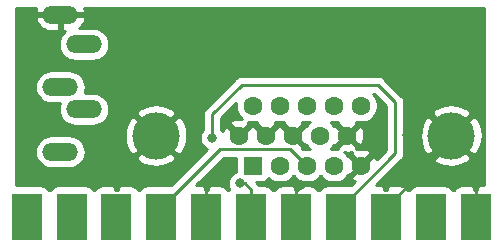
<source format=gbl>
G04 #@! TF.GenerationSoftware,KiCad,Pcbnew,(5.1.0)-1*
G04 #@! TF.CreationDate,2019-06-20T12:19:29-04:00*
G04 #@! TF.ProjectId,HD15-to-SCART,48443135-2d74-46f2-9d53-434152542e6b,rev?*
G04 #@! TF.SameCoordinates,Original*
G04 #@! TF.FileFunction,Copper,L2,Bot*
G04 #@! TF.FilePolarity,Positive*
%FSLAX46Y46*%
G04 Gerber Fmt 4.6, Leading zero omitted, Abs format (unit mm)*
G04 Created by KiCad (PCBNEW (5.1.0)-1) date 2019-06-20 12:19:29*
%MOMM*%
%LPD*%
G04 APERTURE LIST*
%ADD10R,2.500000X4.000000*%
%ADD11O,3.016000X1.508000*%
%ADD12R,1.600000X1.600000*%
%ADD13C,1.600000*%
%ADD14C,4.000000*%
%ADD15C,0.800000*%
%ADD16C,0.250000*%
%ADD17C,0.254000*%
G04 APERTURE END LIST*
D10*
X134796000Y-73660000D03*
X138596000Y-73660000D03*
X142396000Y-73660000D03*
X146196000Y-73660000D03*
X149996000Y-73660000D03*
X153796000Y-73660000D03*
X157596000Y-73660000D03*
X161396000Y-73660000D03*
X165196000Y-73660000D03*
X168996000Y-73660000D03*
X172796000Y-73660000D03*
D11*
X137640000Y-68180000D03*
X137640000Y-62680000D03*
X137640000Y-56580000D03*
X139640000Y-59080000D03*
X139640000Y-64580000D03*
D12*
X153924000Y-69342000D03*
D13*
X156214000Y-69342000D03*
X158504000Y-69342000D03*
X160794000Y-69342000D03*
X163084000Y-69342000D03*
X152779000Y-66802000D03*
X155069000Y-66802000D03*
X157359000Y-66802000D03*
X159649000Y-66802000D03*
X161939000Y-66802000D03*
X153924000Y-64262000D03*
X156214000Y-64262000D03*
X158504000Y-64262000D03*
X160794000Y-64262000D03*
X163084000Y-64262000D03*
D14*
X170739000Y-66802000D03*
X145739000Y-66802000D03*
D15*
X150500000Y-67000000D03*
X152850000Y-70850000D03*
X136500000Y-65000000D03*
X137830000Y-70260000D03*
X151000000Y-70000000D03*
X158000000Y-71000000D03*
X167000000Y-66750000D03*
X164750000Y-66500000D03*
D16*
X150500000Y-65000000D02*
X150500000Y-67000000D01*
X161396000Y-72910000D02*
X166000000Y-68306000D01*
X161396000Y-73660000D02*
X161396000Y-72910000D01*
X166000000Y-68306000D02*
X166000000Y-64000000D01*
X166000000Y-64000000D02*
X164500000Y-62500000D01*
X164500000Y-62500000D02*
X153000000Y-62500000D01*
X153000000Y-62500000D02*
X150500000Y-65000000D01*
X153796000Y-73660000D02*
X153796000Y-72910000D01*
X153236000Y-70850000D02*
X152850000Y-70850000D01*
X153796000Y-73660000D02*
X153796000Y-71410000D01*
X153796000Y-71410000D02*
X153236000Y-70850000D01*
X157704001Y-68542001D02*
X158504000Y-69342000D01*
X157112000Y-67950000D02*
X157704001Y-68542001D01*
X151156000Y-67950000D02*
X157112000Y-67950000D01*
X146196000Y-73660000D02*
X146196000Y-72910000D01*
X146196000Y-72910000D02*
X151156000Y-67950000D01*
X149996000Y-73660000D02*
X149996000Y-71004000D01*
X149996000Y-71004000D02*
X151000000Y-70000000D01*
X157596000Y-71404000D02*
X158000000Y-71000000D01*
X157596000Y-73660000D02*
X157596000Y-71404000D01*
X170739000Y-67367000D02*
X170739000Y-66802000D01*
X165196000Y-72910000D02*
X170739000Y-67367000D01*
X165196000Y-73660000D02*
X165196000Y-72910000D01*
X172796000Y-68859000D02*
X170739000Y-66802000D01*
X172796000Y-73660000D02*
X172796000Y-68859000D01*
D17*
G36*
X152485928Y-69880527D02*
G01*
X152359744Y-69932795D01*
X152190226Y-70046063D01*
X152046063Y-70190226D01*
X151932795Y-70359744D01*
X151854774Y-70548102D01*
X151815000Y-70748061D01*
X151815000Y-70951939D01*
X151854774Y-71151898D01*
X151932795Y-71340256D01*
X151954674Y-71373000D01*
X151812614Y-71373000D01*
X151776537Y-71305506D01*
X151697185Y-71208815D01*
X151600494Y-71129463D01*
X151490180Y-71070498D01*
X151370482Y-71034188D01*
X151246000Y-71021928D01*
X150281750Y-71025000D01*
X150123000Y-71183750D01*
X150123000Y-71373000D01*
X149869000Y-71373000D01*
X149869000Y-71183750D01*
X149710250Y-71025000D01*
X149157562Y-71023239D01*
X151470802Y-68710000D01*
X152485928Y-68710000D01*
X152485928Y-69880527D01*
X152485928Y-69880527D01*
G37*
X152485928Y-69880527D02*
X152359744Y-69932795D01*
X152190226Y-70046063D01*
X152046063Y-70190226D01*
X151932795Y-70359744D01*
X151854774Y-70548102D01*
X151815000Y-70748061D01*
X151815000Y-70951939D01*
X151854774Y-71151898D01*
X151932795Y-71340256D01*
X151954674Y-71373000D01*
X151812614Y-71373000D01*
X151776537Y-71305506D01*
X151697185Y-71208815D01*
X151600494Y-71129463D01*
X151490180Y-71070498D01*
X151370482Y-71034188D01*
X151246000Y-71021928D01*
X150281750Y-71025000D01*
X150123000Y-71183750D01*
X150123000Y-71373000D01*
X149869000Y-71373000D01*
X149869000Y-71183750D01*
X149710250Y-71025000D01*
X149157562Y-71023239D01*
X151470802Y-68710000D01*
X152485928Y-68710000D01*
X152485928Y-69880527D01*
G36*
X135554130Y-56165785D02*
G01*
X135539714Y-56238186D01*
X135662323Y-56453000D01*
X137513000Y-56453000D01*
X137513000Y-56433000D01*
X137767000Y-56433000D01*
X137767000Y-56453000D01*
X139617677Y-56453000D01*
X139740286Y-56238186D01*
X139725870Y-56165785D01*
X139670622Y-56035000D01*
X173490001Y-56035000D01*
X173490000Y-71023699D01*
X173081750Y-71025000D01*
X172923000Y-71183750D01*
X172923000Y-71373000D01*
X172669000Y-71373000D01*
X172669000Y-71183750D01*
X172510250Y-71025000D01*
X171546000Y-71021928D01*
X171421518Y-71034188D01*
X171301820Y-71070498D01*
X171191506Y-71129463D01*
X171094815Y-71208815D01*
X171015463Y-71305506D01*
X170979386Y-71373000D01*
X170812614Y-71373000D01*
X170776537Y-71305506D01*
X170697185Y-71208815D01*
X170600494Y-71129463D01*
X170490180Y-71070498D01*
X170370482Y-71034188D01*
X170246000Y-71021928D01*
X167746000Y-71021928D01*
X167621518Y-71034188D01*
X167501820Y-71070498D01*
X167391506Y-71129463D01*
X167294815Y-71208815D01*
X167215463Y-71305506D01*
X167179386Y-71373000D01*
X167012614Y-71373000D01*
X166976537Y-71305506D01*
X166897185Y-71208815D01*
X166800494Y-71129463D01*
X166690180Y-71070498D01*
X166570482Y-71034188D01*
X166446000Y-71021928D01*
X165481750Y-71025000D01*
X165323000Y-71183750D01*
X165323000Y-71373000D01*
X165069000Y-71373000D01*
X165069000Y-71183750D01*
X164910250Y-71025000D01*
X164357562Y-71023239D01*
X166511004Y-68869798D01*
X166540001Y-68846001D01*
X166634974Y-68730276D01*
X166678150Y-68649499D01*
X169071106Y-68649499D01*
X169287228Y-69016258D01*
X169747105Y-69256938D01*
X170245098Y-69403275D01*
X170762071Y-69449648D01*
X171278159Y-69394273D01*
X171773526Y-69239279D01*
X172190772Y-69016258D01*
X172406894Y-68649499D01*
X170739000Y-66981605D01*
X169071106Y-68649499D01*
X166678150Y-68649499D01*
X166705546Y-68598247D01*
X166749003Y-68454986D01*
X166760000Y-68343333D01*
X166760000Y-68343324D01*
X166763676Y-68306001D01*
X166760000Y-68268678D01*
X166760000Y-66825071D01*
X168091352Y-66825071D01*
X168146727Y-67341159D01*
X168301721Y-67836526D01*
X168524742Y-68253772D01*
X168891501Y-68469894D01*
X170559395Y-66802000D01*
X170918605Y-66802000D01*
X172586499Y-68469894D01*
X172953258Y-68253772D01*
X173193938Y-67793895D01*
X173340275Y-67295902D01*
X173386648Y-66778929D01*
X173331273Y-66262841D01*
X173176279Y-65767474D01*
X172953258Y-65350228D01*
X172586499Y-65134106D01*
X170918605Y-66802000D01*
X170559395Y-66802000D01*
X168891501Y-65134106D01*
X168524742Y-65350228D01*
X168284062Y-65810105D01*
X168137725Y-66308098D01*
X168091352Y-66825071D01*
X166760000Y-66825071D01*
X166760000Y-64954501D01*
X169071106Y-64954501D01*
X170739000Y-66622395D01*
X172406894Y-64954501D01*
X172190772Y-64587742D01*
X171730895Y-64347062D01*
X171232902Y-64200725D01*
X170715929Y-64154352D01*
X170199841Y-64209727D01*
X169704474Y-64364721D01*
X169287228Y-64587742D01*
X169071106Y-64954501D01*
X166760000Y-64954501D01*
X166760000Y-64037322D01*
X166763676Y-63999999D01*
X166760000Y-63962676D01*
X166760000Y-63962667D01*
X166749003Y-63851014D01*
X166705546Y-63707753D01*
X166634974Y-63575724D01*
X166540001Y-63459999D01*
X166511003Y-63436201D01*
X165063804Y-61989003D01*
X165040001Y-61959999D01*
X164924276Y-61865026D01*
X164792247Y-61794454D01*
X164648986Y-61750997D01*
X164537333Y-61740000D01*
X164537322Y-61740000D01*
X164500000Y-61736324D01*
X164462678Y-61740000D01*
X153037323Y-61740000D01*
X153000000Y-61736324D01*
X152962677Y-61740000D01*
X152962667Y-61740000D01*
X152851014Y-61750997D01*
X152707753Y-61794454D01*
X152575723Y-61865026D01*
X152527527Y-61904580D01*
X152459999Y-61959999D01*
X152436201Y-61988997D01*
X149989003Y-64436196D01*
X149959999Y-64459999D01*
X149904871Y-64527174D01*
X149865026Y-64575724D01*
X149833357Y-64634973D01*
X149794454Y-64707754D01*
X149750997Y-64851015D01*
X149740000Y-64962668D01*
X149740000Y-64962678D01*
X149736324Y-65000000D01*
X149740000Y-65037323D01*
X149740001Y-66296288D01*
X149696063Y-66340226D01*
X149582795Y-66509744D01*
X149504774Y-66698102D01*
X149465000Y-66898061D01*
X149465000Y-67101939D01*
X149504774Y-67301898D01*
X149582795Y-67490256D01*
X149696063Y-67659774D01*
X149840226Y-67803937D01*
X150009744Y-67917205D01*
X150083459Y-67947739D01*
X147009271Y-71021928D01*
X144946000Y-71021928D01*
X144821518Y-71034188D01*
X144701820Y-71070498D01*
X144591506Y-71129463D01*
X144494815Y-71208815D01*
X144415463Y-71305506D01*
X144379386Y-71373000D01*
X144212614Y-71373000D01*
X144176537Y-71305506D01*
X144097185Y-71208815D01*
X144000494Y-71129463D01*
X143890180Y-71070498D01*
X143770482Y-71034188D01*
X143646000Y-71021928D01*
X142681750Y-71025000D01*
X142523000Y-71183750D01*
X142523000Y-71373000D01*
X142269000Y-71373000D01*
X142269000Y-71183750D01*
X142110250Y-71025000D01*
X141146000Y-71021928D01*
X141021518Y-71034188D01*
X140901820Y-71070498D01*
X140791506Y-71129463D01*
X140694815Y-71208815D01*
X140615463Y-71305506D01*
X140579386Y-71373000D01*
X140412614Y-71373000D01*
X140376537Y-71305506D01*
X140297185Y-71208815D01*
X140200494Y-71129463D01*
X140090180Y-71070498D01*
X139970482Y-71034188D01*
X139846000Y-71021928D01*
X137346000Y-71021928D01*
X137221518Y-71034188D01*
X137101820Y-71070498D01*
X136991506Y-71129463D01*
X136894815Y-71208815D01*
X136815463Y-71305506D01*
X136779386Y-71373000D01*
X136612614Y-71373000D01*
X136576537Y-71305506D01*
X136497185Y-71208815D01*
X136400494Y-71129463D01*
X136290180Y-71070498D01*
X136170482Y-71034188D01*
X136046000Y-71021928D01*
X133885000Y-71021928D01*
X133885000Y-68180000D01*
X135490280Y-68180000D01*
X135517098Y-68452291D01*
X135596523Y-68714119D01*
X135725501Y-68955420D01*
X135899077Y-69166923D01*
X136110580Y-69340499D01*
X136351881Y-69469477D01*
X136613709Y-69548902D01*
X136817770Y-69569000D01*
X138462230Y-69569000D01*
X138666291Y-69548902D01*
X138928119Y-69469477D01*
X139169420Y-69340499D01*
X139380923Y-69166923D01*
X139554499Y-68955420D01*
X139683477Y-68714119D01*
X139703079Y-68649499D01*
X144071106Y-68649499D01*
X144287228Y-69016258D01*
X144747105Y-69256938D01*
X145245098Y-69403275D01*
X145762071Y-69449648D01*
X146278159Y-69394273D01*
X146773526Y-69239279D01*
X147190772Y-69016258D01*
X147406894Y-68649499D01*
X145739000Y-66981605D01*
X144071106Y-68649499D01*
X139703079Y-68649499D01*
X139762902Y-68452291D01*
X139789720Y-68180000D01*
X139762902Y-67907709D01*
X139683477Y-67645881D01*
X139554499Y-67404580D01*
X139380923Y-67193077D01*
X139169420Y-67019501D01*
X138928119Y-66890523D01*
X138712354Y-66825071D01*
X143091352Y-66825071D01*
X143146727Y-67341159D01*
X143301721Y-67836526D01*
X143524742Y-68253772D01*
X143891501Y-68469894D01*
X145559395Y-66802000D01*
X145918605Y-66802000D01*
X147586499Y-68469894D01*
X147953258Y-68253772D01*
X148193938Y-67793895D01*
X148340275Y-67295902D01*
X148386648Y-66778929D01*
X148331273Y-66262841D01*
X148176279Y-65767474D01*
X147953258Y-65350228D01*
X147586499Y-65134106D01*
X145918605Y-66802000D01*
X145559395Y-66802000D01*
X143891501Y-65134106D01*
X143524742Y-65350228D01*
X143284062Y-65810105D01*
X143137725Y-66308098D01*
X143091352Y-66825071D01*
X138712354Y-66825071D01*
X138666291Y-66811098D01*
X138462230Y-66791000D01*
X136817770Y-66791000D01*
X136613709Y-66811098D01*
X136351881Y-66890523D01*
X136110580Y-67019501D01*
X135899077Y-67193077D01*
X135725501Y-67404580D01*
X135596523Y-67645881D01*
X135517098Y-67907709D01*
X135490280Y-68180000D01*
X133885000Y-68180000D01*
X133885000Y-62680000D01*
X135490280Y-62680000D01*
X135517098Y-62952291D01*
X135596523Y-63214119D01*
X135725501Y-63455420D01*
X135899077Y-63666923D01*
X136110580Y-63840499D01*
X136351881Y-63969477D01*
X136613709Y-64048902D01*
X136817770Y-64069000D01*
X137589510Y-64069000D01*
X137517098Y-64307709D01*
X137490280Y-64580000D01*
X137517098Y-64852291D01*
X137596523Y-65114119D01*
X137725501Y-65355420D01*
X137899077Y-65566923D01*
X138110580Y-65740499D01*
X138351881Y-65869477D01*
X138613709Y-65948902D01*
X138817770Y-65969000D01*
X140462230Y-65969000D01*
X140666291Y-65948902D01*
X140928119Y-65869477D01*
X141169420Y-65740499D01*
X141380923Y-65566923D01*
X141554499Y-65355420D01*
X141683477Y-65114119D01*
X141731896Y-64954501D01*
X144071106Y-64954501D01*
X145739000Y-66622395D01*
X147406894Y-64954501D01*
X147190772Y-64587742D01*
X146730895Y-64347062D01*
X146232902Y-64200725D01*
X145715929Y-64154352D01*
X145199841Y-64209727D01*
X144704474Y-64364721D01*
X144287228Y-64587742D01*
X144071106Y-64954501D01*
X141731896Y-64954501D01*
X141762902Y-64852291D01*
X141789720Y-64580000D01*
X141762902Y-64307709D01*
X141683477Y-64045881D01*
X141554499Y-63804580D01*
X141380923Y-63593077D01*
X141169420Y-63419501D01*
X140928119Y-63290523D01*
X140666291Y-63211098D01*
X140462230Y-63191000D01*
X139690490Y-63191000D01*
X139762902Y-62952291D01*
X139789720Y-62680000D01*
X139762902Y-62407709D01*
X139683477Y-62145881D01*
X139554499Y-61904580D01*
X139380923Y-61693077D01*
X139169420Y-61519501D01*
X138928119Y-61390523D01*
X138666291Y-61311098D01*
X138462230Y-61291000D01*
X136817770Y-61291000D01*
X136613709Y-61311098D01*
X136351881Y-61390523D01*
X136110580Y-61519501D01*
X135899077Y-61693077D01*
X135725501Y-61904580D01*
X135596523Y-62145881D01*
X135517098Y-62407709D01*
X135490280Y-62680000D01*
X133885000Y-62680000D01*
X133885000Y-59080000D01*
X137490280Y-59080000D01*
X137517098Y-59352291D01*
X137596523Y-59614119D01*
X137725501Y-59855420D01*
X137899077Y-60066923D01*
X138110580Y-60240499D01*
X138351881Y-60369477D01*
X138613709Y-60448902D01*
X138817770Y-60469000D01*
X140462230Y-60469000D01*
X140666291Y-60448902D01*
X140928119Y-60369477D01*
X141169420Y-60240499D01*
X141380923Y-60066923D01*
X141554499Y-59855420D01*
X141683477Y-59614119D01*
X141762902Y-59352291D01*
X141789720Y-59080000D01*
X141762902Y-58807709D01*
X141683477Y-58545881D01*
X141554499Y-58304580D01*
X141380923Y-58093077D01*
X141169420Y-57919501D01*
X140928119Y-57790523D01*
X140666291Y-57711098D01*
X140462230Y-57691000D01*
X139230795Y-57691000D01*
X139271284Y-57664354D01*
X139465974Y-57472369D01*
X139619469Y-57246091D01*
X139725870Y-56994215D01*
X139740286Y-56921814D01*
X139617677Y-56707000D01*
X137767000Y-56707000D01*
X137767000Y-57969000D01*
X138050265Y-57969000D01*
X137899077Y-58093077D01*
X137725501Y-58304580D01*
X137596523Y-58545881D01*
X137517098Y-58807709D01*
X137490280Y-59080000D01*
X133885000Y-59080000D01*
X133885000Y-56921814D01*
X135539714Y-56921814D01*
X135554130Y-56994215D01*
X135660531Y-57246091D01*
X135814026Y-57472369D01*
X136008716Y-57664354D01*
X136237120Y-57814668D01*
X136490460Y-57917534D01*
X136759000Y-57969000D01*
X137513000Y-57969000D01*
X137513000Y-56707000D01*
X135662323Y-56707000D01*
X135539714Y-56921814D01*
X133885000Y-56921814D01*
X133885000Y-56035000D01*
X135609378Y-56035000D01*
X135554130Y-56165785D01*
X135554130Y-56165785D01*
G37*
X135554130Y-56165785D02*
X135539714Y-56238186D01*
X135662323Y-56453000D01*
X137513000Y-56453000D01*
X137513000Y-56433000D01*
X137767000Y-56433000D01*
X137767000Y-56453000D01*
X139617677Y-56453000D01*
X139740286Y-56238186D01*
X139725870Y-56165785D01*
X139670622Y-56035000D01*
X173490001Y-56035000D01*
X173490000Y-71023699D01*
X173081750Y-71025000D01*
X172923000Y-71183750D01*
X172923000Y-71373000D01*
X172669000Y-71373000D01*
X172669000Y-71183750D01*
X172510250Y-71025000D01*
X171546000Y-71021928D01*
X171421518Y-71034188D01*
X171301820Y-71070498D01*
X171191506Y-71129463D01*
X171094815Y-71208815D01*
X171015463Y-71305506D01*
X170979386Y-71373000D01*
X170812614Y-71373000D01*
X170776537Y-71305506D01*
X170697185Y-71208815D01*
X170600494Y-71129463D01*
X170490180Y-71070498D01*
X170370482Y-71034188D01*
X170246000Y-71021928D01*
X167746000Y-71021928D01*
X167621518Y-71034188D01*
X167501820Y-71070498D01*
X167391506Y-71129463D01*
X167294815Y-71208815D01*
X167215463Y-71305506D01*
X167179386Y-71373000D01*
X167012614Y-71373000D01*
X166976537Y-71305506D01*
X166897185Y-71208815D01*
X166800494Y-71129463D01*
X166690180Y-71070498D01*
X166570482Y-71034188D01*
X166446000Y-71021928D01*
X165481750Y-71025000D01*
X165323000Y-71183750D01*
X165323000Y-71373000D01*
X165069000Y-71373000D01*
X165069000Y-71183750D01*
X164910250Y-71025000D01*
X164357562Y-71023239D01*
X166511004Y-68869798D01*
X166540001Y-68846001D01*
X166634974Y-68730276D01*
X166678150Y-68649499D01*
X169071106Y-68649499D01*
X169287228Y-69016258D01*
X169747105Y-69256938D01*
X170245098Y-69403275D01*
X170762071Y-69449648D01*
X171278159Y-69394273D01*
X171773526Y-69239279D01*
X172190772Y-69016258D01*
X172406894Y-68649499D01*
X170739000Y-66981605D01*
X169071106Y-68649499D01*
X166678150Y-68649499D01*
X166705546Y-68598247D01*
X166749003Y-68454986D01*
X166760000Y-68343333D01*
X166760000Y-68343324D01*
X166763676Y-68306001D01*
X166760000Y-68268678D01*
X166760000Y-66825071D01*
X168091352Y-66825071D01*
X168146727Y-67341159D01*
X168301721Y-67836526D01*
X168524742Y-68253772D01*
X168891501Y-68469894D01*
X170559395Y-66802000D01*
X170918605Y-66802000D01*
X172586499Y-68469894D01*
X172953258Y-68253772D01*
X173193938Y-67793895D01*
X173340275Y-67295902D01*
X173386648Y-66778929D01*
X173331273Y-66262841D01*
X173176279Y-65767474D01*
X172953258Y-65350228D01*
X172586499Y-65134106D01*
X170918605Y-66802000D01*
X170559395Y-66802000D01*
X168891501Y-65134106D01*
X168524742Y-65350228D01*
X168284062Y-65810105D01*
X168137725Y-66308098D01*
X168091352Y-66825071D01*
X166760000Y-66825071D01*
X166760000Y-64954501D01*
X169071106Y-64954501D01*
X170739000Y-66622395D01*
X172406894Y-64954501D01*
X172190772Y-64587742D01*
X171730895Y-64347062D01*
X171232902Y-64200725D01*
X170715929Y-64154352D01*
X170199841Y-64209727D01*
X169704474Y-64364721D01*
X169287228Y-64587742D01*
X169071106Y-64954501D01*
X166760000Y-64954501D01*
X166760000Y-64037322D01*
X166763676Y-63999999D01*
X166760000Y-63962676D01*
X166760000Y-63962667D01*
X166749003Y-63851014D01*
X166705546Y-63707753D01*
X166634974Y-63575724D01*
X166540001Y-63459999D01*
X166511003Y-63436201D01*
X165063804Y-61989003D01*
X165040001Y-61959999D01*
X164924276Y-61865026D01*
X164792247Y-61794454D01*
X164648986Y-61750997D01*
X164537333Y-61740000D01*
X164537322Y-61740000D01*
X164500000Y-61736324D01*
X164462678Y-61740000D01*
X153037323Y-61740000D01*
X153000000Y-61736324D01*
X152962677Y-61740000D01*
X152962667Y-61740000D01*
X152851014Y-61750997D01*
X152707753Y-61794454D01*
X152575723Y-61865026D01*
X152527527Y-61904580D01*
X152459999Y-61959999D01*
X152436201Y-61988997D01*
X149989003Y-64436196D01*
X149959999Y-64459999D01*
X149904871Y-64527174D01*
X149865026Y-64575724D01*
X149833357Y-64634973D01*
X149794454Y-64707754D01*
X149750997Y-64851015D01*
X149740000Y-64962668D01*
X149740000Y-64962678D01*
X149736324Y-65000000D01*
X149740000Y-65037323D01*
X149740001Y-66296288D01*
X149696063Y-66340226D01*
X149582795Y-66509744D01*
X149504774Y-66698102D01*
X149465000Y-66898061D01*
X149465000Y-67101939D01*
X149504774Y-67301898D01*
X149582795Y-67490256D01*
X149696063Y-67659774D01*
X149840226Y-67803937D01*
X150009744Y-67917205D01*
X150083459Y-67947739D01*
X147009271Y-71021928D01*
X144946000Y-71021928D01*
X144821518Y-71034188D01*
X144701820Y-71070498D01*
X144591506Y-71129463D01*
X144494815Y-71208815D01*
X144415463Y-71305506D01*
X144379386Y-71373000D01*
X144212614Y-71373000D01*
X144176537Y-71305506D01*
X144097185Y-71208815D01*
X144000494Y-71129463D01*
X143890180Y-71070498D01*
X143770482Y-71034188D01*
X143646000Y-71021928D01*
X142681750Y-71025000D01*
X142523000Y-71183750D01*
X142523000Y-71373000D01*
X142269000Y-71373000D01*
X142269000Y-71183750D01*
X142110250Y-71025000D01*
X141146000Y-71021928D01*
X141021518Y-71034188D01*
X140901820Y-71070498D01*
X140791506Y-71129463D01*
X140694815Y-71208815D01*
X140615463Y-71305506D01*
X140579386Y-71373000D01*
X140412614Y-71373000D01*
X140376537Y-71305506D01*
X140297185Y-71208815D01*
X140200494Y-71129463D01*
X140090180Y-71070498D01*
X139970482Y-71034188D01*
X139846000Y-71021928D01*
X137346000Y-71021928D01*
X137221518Y-71034188D01*
X137101820Y-71070498D01*
X136991506Y-71129463D01*
X136894815Y-71208815D01*
X136815463Y-71305506D01*
X136779386Y-71373000D01*
X136612614Y-71373000D01*
X136576537Y-71305506D01*
X136497185Y-71208815D01*
X136400494Y-71129463D01*
X136290180Y-71070498D01*
X136170482Y-71034188D01*
X136046000Y-71021928D01*
X133885000Y-71021928D01*
X133885000Y-68180000D01*
X135490280Y-68180000D01*
X135517098Y-68452291D01*
X135596523Y-68714119D01*
X135725501Y-68955420D01*
X135899077Y-69166923D01*
X136110580Y-69340499D01*
X136351881Y-69469477D01*
X136613709Y-69548902D01*
X136817770Y-69569000D01*
X138462230Y-69569000D01*
X138666291Y-69548902D01*
X138928119Y-69469477D01*
X139169420Y-69340499D01*
X139380923Y-69166923D01*
X139554499Y-68955420D01*
X139683477Y-68714119D01*
X139703079Y-68649499D01*
X144071106Y-68649499D01*
X144287228Y-69016258D01*
X144747105Y-69256938D01*
X145245098Y-69403275D01*
X145762071Y-69449648D01*
X146278159Y-69394273D01*
X146773526Y-69239279D01*
X147190772Y-69016258D01*
X147406894Y-68649499D01*
X145739000Y-66981605D01*
X144071106Y-68649499D01*
X139703079Y-68649499D01*
X139762902Y-68452291D01*
X139789720Y-68180000D01*
X139762902Y-67907709D01*
X139683477Y-67645881D01*
X139554499Y-67404580D01*
X139380923Y-67193077D01*
X139169420Y-67019501D01*
X138928119Y-66890523D01*
X138712354Y-66825071D01*
X143091352Y-66825071D01*
X143146727Y-67341159D01*
X143301721Y-67836526D01*
X143524742Y-68253772D01*
X143891501Y-68469894D01*
X145559395Y-66802000D01*
X145918605Y-66802000D01*
X147586499Y-68469894D01*
X147953258Y-68253772D01*
X148193938Y-67793895D01*
X148340275Y-67295902D01*
X148386648Y-66778929D01*
X148331273Y-66262841D01*
X148176279Y-65767474D01*
X147953258Y-65350228D01*
X147586499Y-65134106D01*
X145918605Y-66802000D01*
X145559395Y-66802000D01*
X143891501Y-65134106D01*
X143524742Y-65350228D01*
X143284062Y-65810105D01*
X143137725Y-66308098D01*
X143091352Y-66825071D01*
X138712354Y-66825071D01*
X138666291Y-66811098D01*
X138462230Y-66791000D01*
X136817770Y-66791000D01*
X136613709Y-66811098D01*
X136351881Y-66890523D01*
X136110580Y-67019501D01*
X135899077Y-67193077D01*
X135725501Y-67404580D01*
X135596523Y-67645881D01*
X135517098Y-67907709D01*
X135490280Y-68180000D01*
X133885000Y-68180000D01*
X133885000Y-62680000D01*
X135490280Y-62680000D01*
X135517098Y-62952291D01*
X135596523Y-63214119D01*
X135725501Y-63455420D01*
X135899077Y-63666923D01*
X136110580Y-63840499D01*
X136351881Y-63969477D01*
X136613709Y-64048902D01*
X136817770Y-64069000D01*
X137589510Y-64069000D01*
X137517098Y-64307709D01*
X137490280Y-64580000D01*
X137517098Y-64852291D01*
X137596523Y-65114119D01*
X137725501Y-65355420D01*
X137899077Y-65566923D01*
X138110580Y-65740499D01*
X138351881Y-65869477D01*
X138613709Y-65948902D01*
X138817770Y-65969000D01*
X140462230Y-65969000D01*
X140666291Y-65948902D01*
X140928119Y-65869477D01*
X141169420Y-65740499D01*
X141380923Y-65566923D01*
X141554499Y-65355420D01*
X141683477Y-65114119D01*
X141731896Y-64954501D01*
X144071106Y-64954501D01*
X145739000Y-66622395D01*
X147406894Y-64954501D01*
X147190772Y-64587742D01*
X146730895Y-64347062D01*
X146232902Y-64200725D01*
X145715929Y-64154352D01*
X145199841Y-64209727D01*
X144704474Y-64364721D01*
X144287228Y-64587742D01*
X144071106Y-64954501D01*
X141731896Y-64954501D01*
X141762902Y-64852291D01*
X141789720Y-64580000D01*
X141762902Y-64307709D01*
X141683477Y-64045881D01*
X141554499Y-63804580D01*
X141380923Y-63593077D01*
X141169420Y-63419501D01*
X140928119Y-63290523D01*
X140666291Y-63211098D01*
X140462230Y-63191000D01*
X139690490Y-63191000D01*
X139762902Y-62952291D01*
X139789720Y-62680000D01*
X139762902Y-62407709D01*
X139683477Y-62145881D01*
X139554499Y-61904580D01*
X139380923Y-61693077D01*
X139169420Y-61519501D01*
X138928119Y-61390523D01*
X138666291Y-61311098D01*
X138462230Y-61291000D01*
X136817770Y-61291000D01*
X136613709Y-61311098D01*
X136351881Y-61390523D01*
X136110580Y-61519501D01*
X135899077Y-61693077D01*
X135725501Y-61904580D01*
X135596523Y-62145881D01*
X135517098Y-62407709D01*
X135490280Y-62680000D01*
X133885000Y-62680000D01*
X133885000Y-59080000D01*
X137490280Y-59080000D01*
X137517098Y-59352291D01*
X137596523Y-59614119D01*
X137725501Y-59855420D01*
X137899077Y-60066923D01*
X138110580Y-60240499D01*
X138351881Y-60369477D01*
X138613709Y-60448902D01*
X138817770Y-60469000D01*
X140462230Y-60469000D01*
X140666291Y-60448902D01*
X140928119Y-60369477D01*
X141169420Y-60240499D01*
X141380923Y-60066923D01*
X141554499Y-59855420D01*
X141683477Y-59614119D01*
X141762902Y-59352291D01*
X141789720Y-59080000D01*
X141762902Y-58807709D01*
X141683477Y-58545881D01*
X141554499Y-58304580D01*
X141380923Y-58093077D01*
X141169420Y-57919501D01*
X140928119Y-57790523D01*
X140666291Y-57711098D01*
X140462230Y-57691000D01*
X139230795Y-57691000D01*
X139271284Y-57664354D01*
X139465974Y-57472369D01*
X139619469Y-57246091D01*
X139725870Y-56994215D01*
X139740286Y-56921814D01*
X139617677Y-56707000D01*
X137767000Y-56707000D01*
X137767000Y-57969000D01*
X138050265Y-57969000D01*
X137899077Y-58093077D01*
X137725501Y-58304580D01*
X137596523Y-58545881D01*
X137517098Y-58807709D01*
X137490280Y-59080000D01*
X133885000Y-59080000D01*
X133885000Y-56921814D01*
X135539714Y-56921814D01*
X135554130Y-56994215D01*
X135660531Y-57246091D01*
X135814026Y-57472369D01*
X136008716Y-57664354D01*
X136237120Y-57814668D01*
X136490460Y-57917534D01*
X136759000Y-57969000D01*
X137513000Y-57969000D01*
X137513000Y-56707000D01*
X135662323Y-56707000D01*
X135539714Y-56921814D01*
X133885000Y-56921814D01*
X133885000Y-56035000D01*
X135609378Y-56035000D01*
X135554130Y-56165785D01*
G36*
X165240001Y-64314803D02*
G01*
X165240000Y-67991198D01*
X164418656Y-68812542D01*
X164387603Y-68725708D01*
X164320671Y-68600486D01*
X164076702Y-68528903D01*
X163263605Y-69342000D01*
X163277748Y-69356143D01*
X163098143Y-69535748D01*
X163084000Y-69521605D01*
X162270903Y-70334702D01*
X162342486Y-70578671D01*
X162552945Y-70678254D01*
X162209271Y-71021928D01*
X160146000Y-71021928D01*
X160021518Y-71034188D01*
X159901820Y-71070498D01*
X159791506Y-71129463D01*
X159694815Y-71208815D01*
X159615463Y-71305506D01*
X159579386Y-71373000D01*
X159412614Y-71373000D01*
X159376537Y-71305506D01*
X159297185Y-71208815D01*
X159200494Y-71129463D01*
X159090180Y-71070498D01*
X158970482Y-71034188D01*
X158846000Y-71021928D01*
X157881750Y-71025000D01*
X157723000Y-71183750D01*
X157723000Y-71373000D01*
X157469000Y-71373000D01*
X157469000Y-71183750D01*
X157310250Y-71025000D01*
X156346000Y-71021928D01*
X156221518Y-71034188D01*
X156101820Y-71070498D01*
X155991506Y-71129463D01*
X155894815Y-71208815D01*
X155815463Y-71305506D01*
X155779386Y-71373000D01*
X155612614Y-71373000D01*
X155576537Y-71305506D01*
X155497185Y-71208815D01*
X155400494Y-71129463D01*
X155290180Y-71070498D01*
X155170482Y-71034188D01*
X155046000Y-71021928D01*
X154450326Y-71021928D01*
X154430974Y-70985724D01*
X154359799Y-70898997D01*
X154336001Y-70869999D01*
X154307002Y-70846200D01*
X154240874Y-70780072D01*
X154724000Y-70780072D01*
X154848482Y-70767812D01*
X154968180Y-70731502D01*
X155078494Y-70672537D01*
X155175185Y-70593185D01*
X155254537Y-70496494D01*
X155283992Y-70441388D01*
X155299241Y-70456637D01*
X155534273Y-70613680D01*
X155795426Y-70721853D01*
X156072665Y-70777000D01*
X156355335Y-70777000D01*
X156632574Y-70721853D01*
X156893727Y-70613680D01*
X157128759Y-70456637D01*
X157328637Y-70256759D01*
X157359000Y-70211317D01*
X157389363Y-70256759D01*
X157589241Y-70456637D01*
X157824273Y-70613680D01*
X158085426Y-70721853D01*
X158362665Y-70777000D01*
X158645335Y-70777000D01*
X158922574Y-70721853D01*
X159183727Y-70613680D01*
X159418759Y-70456637D01*
X159618637Y-70256759D01*
X159649000Y-70211317D01*
X159679363Y-70256759D01*
X159879241Y-70456637D01*
X160114273Y-70613680D01*
X160375426Y-70721853D01*
X160652665Y-70777000D01*
X160935335Y-70777000D01*
X161212574Y-70721853D01*
X161473727Y-70613680D01*
X161708759Y-70456637D01*
X161908637Y-70256759D01*
X161995372Y-70126951D01*
X162091298Y-70155097D01*
X162904395Y-69342000D01*
X162091298Y-68528903D01*
X161995372Y-68557049D01*
X161908637Y-68427241D01*
X161708759Y-68227363D01*
X161699941Y-68221471D01*
X161727184Y-68228300D01*
X162009512Y-68242217D01*
X162289130Y-68200787D01*
X162317449Y-68190660D01*
X162270903Y-68349298D01*
X163084000Y-69162395D01*
X163897097Y-68349298D01*
X163825514Y-68105329D01*
X163570004Y-67984429D01*
X163295816Y-67915700D01*
X163013488Y-67901783D01*
X162733870Y-67943213D01*
X162705551Y-67953340D01*
X162752097Y-67794702D01*
X161939000Y-66981605D01*
X161125903Y-67794702D01*
X161172706Y-67954217D01*
X160935335Y-67907000D01*
X160652665Y-67907000D01*
X160546609Y-67928096D01*
X160563759Y-67916637D01*
X160763637Y-67716759D01*
X160850372Y-67586951D01*
X160946298Y-67615097D01*
X161759395Y-66802000D01*
X162118605Y-66802000D01*
X162931702Y-67615097D01*
X163175671Y-67543514D01*
X163296571Y-67288004D01*
X163365300Y-67013816D01*
X163379217Y-66731488D01*
X163337787Y-66451870D01*
X163242603Y-66185708D01*
X163175671Y-66060486D01*
X162931702Y-65988903D01*
X162118605Y-66802000D01*
X161759395Y-66802000D01*
X160946298Y-65988903D01*
X160850372Y-66017049D01*
X160763637Y-65887241D01*
X160563759Y-65687363D01*
X160546609Y-65675904D01*
X160652665Y-65697000D01*
X160935335Y-65697000D01*
X161172706Y-65649783D01*
X161125903Y-65809298D01*
X161939000Y-66622395D01*
X162752097Y-65809298D01*
X162705294Y-65649783D01*
X162942665Y-65697000D01*
X163225335Y-65697000D01*
X163502574Y-65641853D01*
X163763727Y-65533680D01*
X163998759Y-65376637D01*
X164198637Y-65176759D01*
X164355680Y-64941727D01*
X164463853Y-64680574D01*
X164519000Y-64403335D01*
X164519000Y-64120665D01*
X164463853Y-63843426D01*
X164355680Y-63582273D01*
X164198637Y-63347241D01*
X164111396Y-63260000D01*
X164185199Y-63260000D01*
X165240001Y-64314803D01*
X165240001Y-64314803D01*
G37*
X165240001Y-64314803D02*
X165240000Y-67991198D01*
X164418656Y-68812542D01*
X164387603Y-68725708D01*
X164320671Y-68600486D01*
X164076702Y-68528903D01*
X163263605Y-69342000D01*
X163277748Y-69356143D01*
X163098143Y-69535748D01*
X163084000Y-69521605D01*
X162270903Y-70334702D01*
X162342486Y-70578671D01*
X162552945Y-70678254D01*
X162209271Y-71021928D01*
X160146000Y-71021928D01*
X160021518Y-71034188D01*
X159901820Y-71070498D01*
X159791506Y-71129463D01*
X159694815Y-71208815D01*
X159615463Y-71305506D01*
X159579386Y-71373000D01*
X159412614Y-71373000D01*
X159376537Y-71305506D01*
X159297185Y-71208815D01*
X159200494Y-71129463D01*
X159090180Y-71070498D01*
X158970482Y-71034188D01*
X158846000Y-71021928D01*
X157881750Y-71025000D01*
X157723000Y-71183750D01*
X157723000Y-71373000D01*
X157469000Y-71373000D01*
X157469000Y-71183750D01*
X157310250Y-71025000D01*
X156346000Y-71021928D01*
X156221518Y-71034188D01*
X156101820Y-71070498D01*
X155991506Y-71129463D01*
X155894815Y-71208815D01*
X155815463Y-71305506D01*
X155779386Y-71373000D01*
X155612614Y-71373000D01*
X155576537Y-71305506D01*
X155497185Y-71208815D01*
X155400494Y-71129463D01*
X155290180Y-71070498D01*
X155170482Y-71034188D01*
X155046000Y-71021928D01*
X154450326Y-71021928D01*
X154430974Y-70985724D01*
X154359799Y-70898997D01*
X154336001Y-70869999D01*
X154307002Y-70846200D01*
X154240874Y-70780072D01*
X154724000Y-70780072D01*
X154848482Y-70767812D01*
X154968180Y-70731502D01*
X155078494Y-70672537D01*
X155175185Y-70593185D01*
X155254537Y-70496494D01*
X155283992Y-70441388D01*
X155299241Y-70456637D01*
X155534273Y-70613680D01*
X155795426Y-70721853D01*
X156072665Y-70777000D01*
X156355335Y-70777000D01*
X156632574Y-70721853D01*
X156893727Y-70613680D01*
X157128759Y-70456637D01*
X157328637Y-70256759D01*
X157359000Y-70211317D01*
X157389363Y-70256759D01*
X157589241Y-70456637D01*
X157824273Y-70613680D01*
X158085426Y-70721853D01*
X158362665Y-70777000D01*
X158645335Y-70777000D01*
X158922574Y-70721853D01*
X159183727Y-70613680D01*
X159418759Y-70456637D01*
X159618637Y-70256759D01*
X159649000Y-70211317D01*
X159679363Y-70256759D01*
X159879241Y-70456637D01*
X160114273Y-70613680D01*
X160375426Y-70721853D01*
X160652665Y-70777000D01*
X160935335Y-70777000D01*
X161212574Y-70721853D01*
X161473727Y-70613680D01*
X161708759Y-70456637D01*
X161908637Y-70256759D01*
X161995372Y-70126951D01*
X162091298Y-70155097D01*
X162904395Y-69342000D01*
X162091298Y-68528903D01*
X161995372Y-68557049D01*
X161908637Y-68427241D01*
X161708759Y-68227363D01*
X161699941Y-68221471D01*
X161727184Y-68228300D01*
X162009512Y-68242217D01*
X162289130Y-68200787D01*
X162317449Y-68190660D01*
X162270903Y-68349298D01*
X163084000Y-69162395D01*
X163897097Y-68349298D01*
X163825514Y-68105329D01*
X163570004Y-67984429D01*
X163295816Y-67915700D01*
X163013488Y-67901783D01*
X162733870Y-67943213D01*
X162705551Y-67953340D01*
X162752097Y-67794702D01*
X161939000Y-66981605D01*
X161125903Y-67794702D01*
X161172706Y-67954217D01*
X160935335Y-67907000D01*
X160652665Y-67907000D01*
X160546609Y-67928096D01*
X160563759Y-67916637D01*
X160763637Y-67716759D01*
X160850372Y-67586951D01*
X160946298Y-67615097D01*
X161759395Y-66802000D01*
X162118605Y-66802000D01*
X162931702Y-67615097D01*
X163175671Y-67543514D01*
X163296571Y-67288004D01*
X163365300Y-67013816D01*
X163379217Y-66731488D01*
X163337787Y-66451870D01*
X163242603Y-66185708D01*
X163175671Y-66060486D01*
X162931702Y-65988903D01*
X162118605Y-66802000D01*
X161759395Y-66802000D01*
X160946298Y-65988903D01*
X160850372Y-66017049D01*
X160763637Y-65887241D01*
X160563759Y-65687363D01*
X160546609Y-65675904D01*
X160652665Y-65697000D01*
X160935335Y-65697000D01*
X161172706Y-65649783D01*
X161125903Y-65809298D01*
X161939000Y-66622395D01*
X162752097Y-65809298D01*
X162705294Y-65649783D01*
X162942665Y-65697000D01*
X163225335Y-65697000D01*
X163502574Y-65641853D01*
X163763727Y-65533680D01*
X163998759Y-65376637D01*
X164198637Y-65176759D01*
X164355680Y-64941727D01*
X164463853Y-64680574D01*
X164519000Y-64403335D01*
X164519000Y-64120665D01*
X164463853Y-63843426D01*
X164355680Y-63582273D01*
X164198637Y-63347241D01*
X164111396Y-63260000D01*
X164185199Y-63260000D01*
X165240001Y-64314803D01*
G36*
X152489000Y-64120665D02*
G01*
X152489000Y-64403335D01*
X152544147Y-64680574D01*
X152652320Y-64941727D01*
X152809363Y-65176759D01*
X153009241Y-65376637D01*
X153018059Y-65382529D01*
X152990816Y-65375700D01*
X152708488Y-65361783D01*
X152428870Y-65403213D01*
X152162708Y-65498397D01*
X152037486Y-65565329D01*
X151965903Y-65809298D01*
X152779000Y-66622395D01*
X153592097Y-65809298D01*
X153545294Y-65649783D01*
X153782665Y-65697000D01*
X154065335Y-65697000D01*
X154302706Y-65649783D01*
X154255903Y-65809298D01*
X155069000Y-66622395D01*
X155882097Y-65809298D01*
X155835294Y-65649783D01*
X156072665Y-65697000D01*
X156355335Y-65697000D01*
X156592706Y-65649783D01*
X156545903Y-65809298D01*
X157359000Y-66622395D01*
X158172097Y-65809298D01*
X158125294Y-65649783D01*
X158362665Y-65697000D01*
X158645335Y-65697000D01*
X158751391Y-65675904D01*
X158734241Y-65687363D01*
X158534363Y-65887241D01*
X158447628Y-66017049D01*
X158351702Y-65988903D01*
X157538605Y-66802000D01*
X158351702Y-67615097D01*
X158447628Y-67586951D01*
X158534363Y-67716759D01*
X158734241Y-67916637D01*
X158751391Y-67928096D01*
X158645335Y-67907000D01*
X158362665Y-67907000D01*
X158180114Y-67943312D01*
X158140203Y-67903402D01*
X158172097Y-67794702D01*
X157359000Y-66981605D01*
X157344858Y-66995748D01*
X157165253Y-66816143D01*
X157179395Y-66802000D01*
X156366298Y-65988903D01*
X156214000Y-66033589D01*
X156061702Y-65988903D01*
X155248605Y-66802000D01*
X155262748Y-66816143D01*
X155083143Y-66995748D01*
X155069000Y-66981605D01*
X155054858Y-66995748D01*
X154875253Y-66816143D01*
X154889395Y-66802000D01*
X154076298Y-65988903D01*
X153924000Y-66033589D01*
X153771702Y-65988903D01*
X152958605Y-66802000D01*
X152972748Y-66816143D01*
X152793143Y-66995748D01*
X152779000Y-66981605D01*
X152764858Y-66995748D01*
X152585253Y-66816143D01*
X152599395Y-66802000D01*
X151786298Y-65988903D01*
X151542329Y-66060486D01*
X151421429Y-66315996D01*
X151384960Y-66461486D01*
X151303937Y-66340226D01*
X151260000Y-66296289D01*
X151260000Y-65314801D01*
X152497657Y-64077145D01*
X152489000Y-64120665D01*
X152489000Y-64120665D01*
G37*
X152489000Y-64120665D02*
X152489000Y-64403335D01*
X152544147Y-64680574D01*
X152652320Y-64941727D01*
X152809363Y-65176759D01*
X153009241Y-65376637D01*
X153018059Y-65382529D01*
X152990816Y-65375700D01*
X152708488Y-65361783D01*
X152428870Y-65403213D01*
X152162708Y-65498397D01*
X152037486Y-65565329D01*
X151965903Y-65809298D01*
X152779000Y-66622395D01*
X153592097Y-65809298D01*
X153545294Y-65649783D01*
X153782665Y-65697000D01*
X154065335Y-65697000D01*
X154302706Y-65649783D01*
X154255903Y-65809298D01*
X155069000Y-66622395D01*
X155882097Y-65809298D01*
X155835294Y-65649783D01*
X156072665Y-65697000D01*
X156355335Y-65697000D01*
X156592706Y-65649783D01*
X156545903Y-65809298D01*
X157359000Y-66622395D01*
X158172097Y-65809298D01*
X158125294Y-65649783D01*
X158362665Y-65697000D01*
X158645335Y-65697000D01*
X158751391Y-65675904D01*
X158734241Y-65687363D01*
X158534363Y-65887241D01*
X158447628Y-66017049D01*
X158351702Y-65988903D01*
X157538605Y-66802000D01*
X158351702Y-67615097D01*
X158447628Y-67586951D01*
X158534363Y-67716759D01*
X158734241Y-67916637D01*
X158751391Y-67928096D01*
X158645335Y-67907000D01*
X158362665Y-67907000D01*
X158180114Y-67943312D01*
X158140203Y-67903402D01*
X158172097Y-67794702D01*
X157359000Y-66981605D01*
X157344858Y-66995748D01*
X157165253Y-66816143D01*
X157179395Y-66802000D01*
X156366298Y-65988903D01*
X156214000Y-66033589D01*
X156061702Y-65988903D01*
X155248605Y-66802000D01*
X155262748Y-66816143D01*
X155083143Y-66995748D01*
X155069000Y-66981605D01*
X155054858Y-66995748D01*
X154875253Y-66816143D01*
X154889395Y-66802000D01*
X154076298Y-65988903D01*
X153924000Y-66033589D01*
X153771702Y-65988903D01*
X152958605Y-66802000D01*
X152972748Y-66816143D01*
X152793143Y-66995748D01*
X152779000Y-66981605D01*
X152764858Y-66995748D01*
X152585253Y-66816143D01*
X152599395Y-66802000D01*
X151786298Y-65988903D01*
X151542329Y-66060486D01*
X151421429Y-66315996D01*
X151384960Y-66461486D01*
X151303937Y-66340226D01*
X151260000Y-66296289D01*
X151260000Y-65314801D01*
X152497657Y-64077145D01*
X152489000Y-64120665D01*
M02*

</source>
